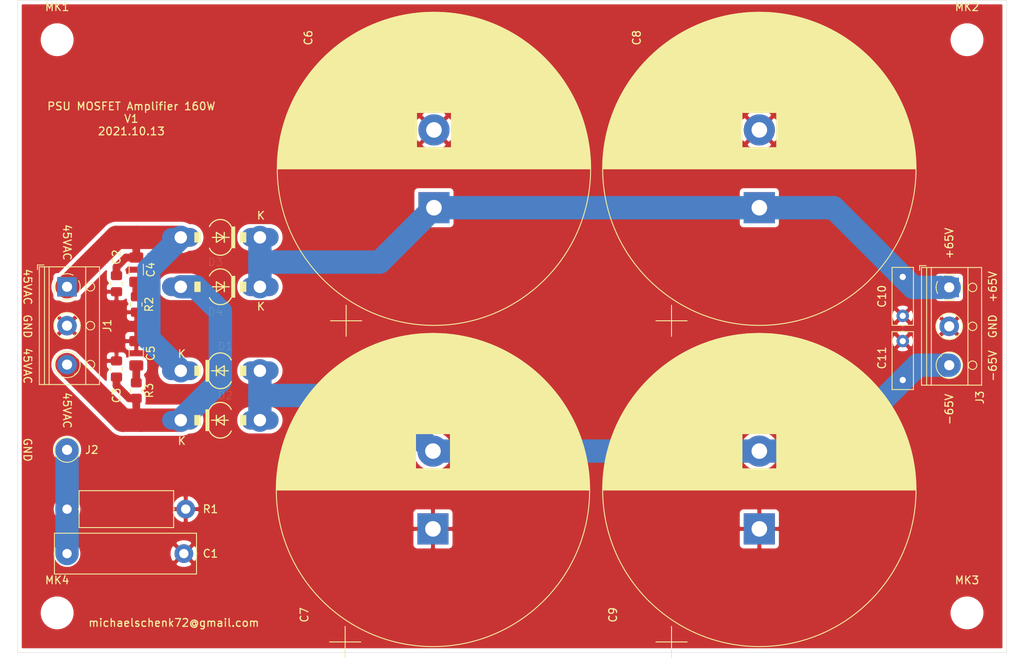
<source format=kicad_pcb>
(kicad_pcb (version 20171130) (host pcbnew "(5.1.12-1-10_14)")
  (layers (0 F.Cu signal) (31 B.Cu signal) (34 B.Paste user) (35 F.Paste user) (36 B.SilkS user) (37 F.SilkS user) (38 B.Mask user) (39 F.Mask user) (44 Edge.Cuts user))
  (net 0 "")
  (net 1 GND)
  (net 2 "Net-(C1-Pad1)")
  (net 3 "Net-(C2-Pad1)")
  (net 4 "Net-(C3-Pad2)")
  (net 5 "Net-(C4-Pad2)")
  (net 6 "Net-(C5-Pad2)")
  (net 7 "Net-(C10-Pad1)")
  (net 8 "Net-(C11-Pad2)")
  (module Resistor_SMD:R_0805_2012Metric_Pad1.20x1.40mm_HandSolder (layer F.Cu) (at -8.89 51.435 270)
    (fp_text reference R3 (at 0 -1.65 90) (layer F.SilkS))
    (fp_text value Rs/1/8W)
    (pad 2 smd roundrect (at 1 0 270) (size 1.2 1.4) (layers F.Cu F.Paste F.Mask) (roundrect_rratio 0.2083325) (net 4 "Net-(C3-Pad2)"))
    (pad 1 smd roundrect (at -1 0 270) (size 1.2 1.4) (layers F.Cu F.Paste F.Mask) (roundrect_rratio 0.2083325) (net 6 "Net-(C5-Pad2)"))
  )
  (module Resistor_SMD:R_0805_2012Metric_Pad1.20x1.40mm_HandSolder (layer F.Cu) (at -8.89 40.37 270)
    (fp_text reference R2 (at 0 -1.65 90) (layer F.SilkS))
    (fp_text value Rs/1/8W)
    (pad 2 smd roundrect (at 1 0 270) (size 1.2 1.4) (layers F.Cu F.Paste F.Mask) (roundrect_rratio 0.2083325) (net 1 GND))
    (pad 1 smd roundrect (at -1 0 270) (size 1.2 1.4) (layers F.Cu F.Paste F.Mask) (roundrect_rratio 0.2083325) (net 5 "Net-(C4-Pad2)"))
  )
  (module Capacitor_SMD:C_1206_3216Metric_Pad1.33x1.80mm_HandSolder (layer F.Cu) (at -8.89 46.6475 270)
    (fp_text reference C5 (at 0 -1.85 90) (layer F.SilkS))
    (fp_text value Cs/100V)
    (pad 2 smd roundrect (at 1.5625 0 270) (size 1.325 1.8) (layers F.Cu F.Paste F.Mask) (roundrect_rratio 0.1886784905660377) (net 6 "Net-(C5-Pad2)"))
    (pad 1 smd roundrect (at -1.5625 0 270) (size 1.325 1.8) (layers F.Cu F.Paste F.Mask) (roundrect_rratio 0.1886784905660377) (net 1 GND))
  )
  (module Capacitor_SMD:C_1206_3216Metric_Pad1.33x1.80mm_HandSolder (layer F.Cu) (at -8.89 35.9025 270)
    (fp_text reference C4 (at 0 -1.85 90) (layer F.SilkS))
    (fp_text value Cs/100V)
    (pad 2 smd roundrect (at 1.5625 0 270) (size 1.325 1.8) (layers F.Cu F.Paste F.Mask) (roundrect_rratio 0.1886784905660377) (net 5 "Net-(C4-Pad2)"))
    (pad 1 smd roundrect (at -1.5625 0 270) (size 1.325 1.8) (layers F.Cu F.Paste F.Mask) (roundrect_rratio 0.1886784905660377) (net 3 "Net-(C2-Pad1)"))
  )
  (module Capacitor_SMD:C_0805_2012Metric_Pad1.18x1.45mm_HandSolder (layer F.Cu) (at -11.43 48.6625 270)
    (fp_text reference C3 (at 3.4075 0 90) (layer F.SilkS))
    (fp_text value Cx/10nF/100V)
    (pad 2 smd roundrect (at 1.0375 0 270) (size 1.175 1.45) (layers F.Cu F.Paste F.Mask) (roundrect_rratio 0.2127659574468085) (net 4 "Net-(C3-Pad2)"))
    (pad 1 smd roundrect (at -1.0375 0 270) (size 1.175 1.45) (layers F.Cu F.Paste F.Mask) (roundrect_rratio 0.2127659574468085) (net 1 GND))
  )
  (module Capacitor_SMD:C_0805_2012Metric_Pad1.18x1.45mm_HandSolder (layer F.Cu) (at -11.43 37.6975 270)
    (fp_text reference C2 (at -3.4075 0 90) (layer F.SilkS))
    (fp_text value Cx/10nF/100V)
    (pad 2 smd roundrect (at 1.0375 0 270) (size 1.175 1.45) (layers F.Cu F.Paste F.Mask) (roundrect_rratio 0.2127659574468085) (net 1 GND))
    (pad 1 smd roundrect (at -1.0375 0 270) (size 1.175 1.45) (layers F.Cu F.Paste F.Mask) (roundrect_rratio 0.2127659574468085) (net 3 "Net-(C2-Pad1)"))
  )
  (module MountingHole:MountingHole_3.2mm_M3 (layer F.Cu) (at -19.05 80.01)
    (fp_text reference MK4 (at 0 -4.2) (layer F.SilkS))
    (fp_text value Mounting_Hole_PAD)
    (pad 1 np_thru_hole circle (at 0 0) (size 3.2 3.2) (drill 3.2) (layers *.Cu *.Mask))
  )
  (module MountingHole:MountingHole_3.2mm_M3 (layer F.Cu) (at 97.79 80.01)
    (fp_text reference MK3 (at 0 -4.2) (layer F.SilkS))
    (fp_text value Mounting_Hole_PAD)
    (pad 1 np_thru_hole circle (at 0 0) (size 3.2 3.2) (drill 3.2) (layers *.Cu *.Mask))
  )
  (module MountingHole:MountingHole_3.2mm_M3 (layer F.Cu) (at 97.79 6.35)
    (fp_text reference MK2 (at 0 -4.2) (layer F.SilkS))
    (fp_text value Mounting_Hole_PAD)
    (pad 1 np_thru_hole circle (at 0 0) (size 3.2 3.2) (drill 3.2) (layers *.Cu *.Mask))
  )
  (module MountingHole:MountingHole_3.2mm_M3 (layer F.Cu) (at -19.05 6.35)
    (fp_text reference MK1 (at 0 -4.2) (layer F.SilkS))
    (fp_text value Mounting_Hole_PAD)
    (pad 1 np_thru_hole circle (at 0 0) (size 3.2 3.2) (drill 3.2) (layers *.Cu *.Mask))
  )
  (module kicad-snk:SOD64-10 (layer F.Cu) (at 1.905 38.1 180)
    (fp_text reference D4 (at 0.63569 -3.17845) (layer F.SilkS) (effects (font (size 1.001087 1.001087) (thickness 0.015))))
    (fp_text value BYV98-200)
    (pad 1 thru_hole oval (at -5.08 0 180) (size 4.8006 2.4003) (drill 1.6002) (layers *.Cu *.Mask) (net 7 "Net-(C10-Pad1)"))
    (pad 2 thru_hole oval (at 5.08 0 180) (size 4.8006 2.4003) (drill 1.6002) (layers *.Cu *.Mask) (net 4 "Net-(C3-Pad2)"))
  )
  (module kicad-snk:SOD64-10 (layer F.Cu) (at 1.905 31.75 180)
    (fp_text reference D3 (at 0.63569 -3.17845) (layer F.SilkS) (effects (font (size 1.001087 1.001087) (thickness 0.015))))
    (fp_text value BYV98-200)
    (pad 1 thru_hole oval (at -5.08 0 180) (size 4.8006 2.4003) (drill 1.6002) (layers *.Cu *.Mask) (net 7 "Net-(C10-Pad1)"))
    (pad 2 thru_hole oval (at 5.08 0 180) (size 4.8006 2.4003) (drill 1.6002) (layers *.Cu *.Mask) (net 3 "Net-(C2-Pad1)"))
  )
  (module kicad-snk:SOD64-10 (layer F.Cu) (at 1.905 55.245)
    (fp_text reference D2 (at 0.63569 -3.17845) (layer F.SilkS) (effects (font (size 1.001087 1.001087) (thickness 0.015))))
    (fp_text value BYV98-200)
    (pad 1 thru_hole oval (at -5.08 0) (size 4.8006 2.4003) (drill 1.6002) (layers *.Cu *.Mask) (net 4 "Net-(C3-Pad2)"))
    (pad 2 thru_hole oval (at 5.08 0) (size 4.8006 2.4003) (drill 1.6002) (layers *.Cu *.Mask) (net 8 "Net-(C11-Pad2)"))
  )
  (module kicad-snk:SOD64-10 (layer F.Cu) (at 1.905 48.895)
    (fp_text reference D1 (at 0.63569 -3.17845) (layer F.SilkS) (effects (font (size 1.001087 1.001087) (thickness 0.015))))
    (fp_text value BYV98-200)
    (pad 1 thru_hole oval (at -5.08 0) (size 4.8006 2.4003) (drill 1.6002) (layers *.Cu *.Mask) (net 3 "Net-(C2-Pad1)"))
    (pad 2 thru_hole oval (at 5.08 0) (size 4.8006 2.4003) (drill 1.6002) (layers *.Cu *.Mask) (net 8 "Net-(C11-Pad2)"))
  )
  (module Capacitor_THT:C_Rect_L7.2mm_W2.5mm_P5.00mm_FKS2_FKP2_MKS2_MKP2 (layer F.Cu) (at 89.535 45.085 270)
    (fp_text reference C11 (at 2.159 2.667 90) (layer F.SilkS))
    (fp_text value 100n)
    (pad 2 thru_hole circle (at 5 0 270) (size 1.6 1.6) (drill 0.8) (layers *.Cu *.Mask) (net 8 "Net-(C11-Pad2)"))
    (pad 1 thru_hole circle (at 0 0 270) (size 1.6 1.6) (drill 0.8) (layers *.Cu *.Mask) (net 1 GND))
  )
  (module Capacitor_THT:C_Rect_L7.2mm_W2.5mm_P5.00mm_FKS2_FKP2_MKS2_MKP2 (layer F.Cu) (at 89.535 36.83 270)
    (fp_text reference C10 (at 2.5 2.667 90) (layer F.SilkS))
    (fp_text value 100n)
    (pad 2 thru_hole circle (at 5 0 270) (size 1.6 1.6) (drill 0.8) (layers *.Cu *.Mask) (net 1 GND))
    (pad 1 thru_hole circle (at 0 0 270) (size 1.6 1.6) (drill 0.8) (layers *.Cu *.Mask) (net 7 "Net-(C10-Pad1)"))
  )
  (module Resistor_THT:R_Axial_DIN0414_L11.9mm_D4.5mm_P15.24mm_Horizontal (layer F.Cu) (at -17.78 66.675)
    (fp_text reference R1 (at 18.415 0) (layer F.SilkS))
    (fp_text value 100R/2W)
    (pad 2 thru_hole oval (at 15.24 0) (size 2.4 2.4) (drill 1.2) (layers *.Cu *.Mask) (net 1 GND))
    (pad 1 thru_hole circle (at 0 0) (size 2.4 2.4) (drill 1.2) (layers *.Cu *.Mask) (net 2 "Net-(C1-Pad1)"))
  )
  (module TerminalBlock_RND:TerminalBlock_RND_205-00013_1x03_P5.00mm_Horizontal (layer F.Cu) (at 95.504 38.18 270)
    (fp_text reference J3 (at 14.144 -3.937 90) (layer F.SilkS))
    (fp_text value Screw_Terminal_01x03)
    (pad 3 thru_hole circle (at 10 0 270) (size 2.5 2.5) (drill 1.3) (layers *.Cu *.Mask) (net 8 "Net-(C11-Pad2)"))
    (pad 2 thru_hole circle (at 5 0 270) (size 2.5 2.5) (drill 1.3) (layers *.Cu *.Mask) (net 1 GND))
    (pad 1 thru_hole rect (at 0 0 270) (size 2.5 2.5) (drill 1.3) (layers *.Cu *.Mask) (net 7 "Net-(C10-Pad1)"))
  )
  (module Connector_Pin:Pin_D1.3mm_L11.0mm (layer F.Cu) (at -17.78 59.055)
    (fp_text reference J2 (at 3.175 0) (layer F.SilkS))
    (fp_text value EARTH)
    (pad 1 thru_hole circle (at 0 0) (size 2.6 2.6) (drill 1.3) (layers *.Cu *.Mask) (net 2 "Net-(C1-Pad1)"))
  )
  (module TerminalBlock_RND:TerminalBlock_RND_205-00013_1x03_P5.00mm_Horizontal (layer F.Cu) (at -17.78 38.1 270)
    (fp_text reference J1 (at 5 -5.16 90) (layer F.SilkS))
    (fp_text value Screw_Terminal_01x03)
    (pad 3 thru_hole circle (at 10 0 270) (size 2.5 2.5) (drill 1.3) (layers *.Cu *.Mask) (net 4 "Net-(C3-Pad2)"))
    (pad 2 thru_hole circle (at 5 0 270) (size 2.5 2.5) (drill 1.3) (layers *.Cu *.Mask) (net 1 GND))
    (pad 1 thru_hole rect (at 0 0 270) (size 2.5 2.5) (drill 1.3) (layers *.Cu *.Mask) (net 3 "Net-(C2-Pad1)"))
  )
  (module Capacitor_THT:CP_Radial_D40.0mm_P10.00mm_SnapIn (layer F.Cu) (at 71.12 69.215 90)
    (fp_text reference C9 (at -11.049 -18.796 90) (layer F.SilkS))
    (fp_text value 10000uF/100V)
    (pad 2 thru_hole circle (at 10 0 90) (size 4 4) (drill 2) (layers *.Cu *.Mask) (net 8 "Net-(C11-Pad2)"))
    (pad 1 thru_hole rect (at 0 0 90) (size 4 4) (drill 2) (layers *.Cu *.Mask) (net 1 GND))
  )
  (module Capacitor_THT:CP_Radial_D40.0mm_P10.00mm_SnapIn (layer F.Cu) (at 71.12 27.94 90)
    (fp_text reference C8 (at 21.844 -15.748 90) (layer F.SilkS))
    (fp_text value 10000uF/100V)
    (pad 2 thru_hole circle (at 10 0 90) (size 4 4) (drill 2) (layers *.Cu *.Mask) (net 1 GND))
    (pad 1 thru_hole rect (at 0 0 90) (size 4 4) (drill 2) (layers *.Cu *.Mask) (net 7 "Net-(C10-Pad1)"))
  )
  (module Capacitor_THT:CP_Radial_D40.0mm_P10.00mm_SnapIn (layer F.Cu) (at 29.21 69.215 90)
    (fp_text reference C7 (at -11.049 -16.51 90) (layer F.SilkS))
    (fp_text value 10000uF/100V)
    (pad 2 thru_hole circle (at 10 0 90) (size 4 4) (drill 2) (layers *.Cu *.Mask) (net 8 "Net-(C11-Pad2)"))
    (pad 1 thru_hole rect (at 0 0 90) (size 4 4) (drill 2) (layers *.Cu *.Mask) (net 1 GND))
  )
  (module Capacitor_THT:CP_Radial_D40.0mm_P10.00mm_SnapIn (layer F.Cu) (at 29.337 27.94 90)
    (fp_text reference C6 (at 21.844 -16.129 90) (layer F.SilkS))
    (fp_text value 10000uF/100V)
    (pad 2 thru_hole circle (at 10 0 90) (size 4 4) (drill 2) (layers *.Cu *.Mask) (net 1 GND))
    (pad 1 thru_hole rect (at 0 0 90) (size 4 4) (drill 2) (layers *.Cu *.Mask) (net 7 "Net-(C10-Pad1)"))
  )
  (module Capacitor_THT:C_Rect_L18.0mm_W5.0mm_P15.00mm_FKS3_FKP3 (layer F.Cu) (at -17.78 72.39)
    (fp_text reference C1 (at 18.415 0) (layer F.SilkS))
    (fp_text value "2.2nF 2kV")
    (pad 2 thru_hole circle (at 15 0) (size 2.4 2.4) (drill 1.2) (layers *.Cu *.Mask) (net 1 GND))
    (pad 1 thru_hole circle (at 0 0) (size 2.4 2.4) (drill 1.2) (layers *.Cu *.Mask) (net 2 "Net-(C1-Pad1)"))
  )
  (gr_text GND (at -22.86 59.055 270) (layer F.SilkS) (effects (font (size 1 1))))
  (gr_text GND (at -22.86 43.18 270) (layer F.SilkS) (effects (font (size 1 1))))
  (gr_text 45VAC (at -17.78 32.385 270) (layer F.SilkS) (effects (font (size 1 1))))
  (gr_text 45VAC (at -17.78 53.975 270) (layer F.SilkS) (effects (font (size 1 1))))
  (gr_text 45VAC (at -22.86 48.26 270) (layer F.SilkS) (effects (font (size 1 1))))
  (gr_text 45VAC (at -22.86 38.1 270) (layer F.SilkS) (effects (font (size 1 1))))
  (gr_text K (at -3.048 57.912) (layer F.SilkS) (effects (font (size 1 1))))
  (gr_text K (at -3.048 46.736) (layer F.SilkS) (effects (font (size 1 1))))
  (gr_text K (at 7.112 40.64) (layer F.SilkS) (effects (font (size 1 1))))
  (gr_text K (at 7.112 28.956) (layer F.SilkS) (effects (font (size 1 1))))
  (gr_text -65V (at 95.504 53.848 90) (layer F.SilkS) (effects (font (size 1 1))))
  (gr_text +65V (at 95.504 32.512 90) (layer F.SilkS) (effects (font (size 1 1))))
  (gr_text GND (at 101.092 43.18 90) (layer F.SilkS) (effects (font (size 1 1))))
  (gr_text +65V (at 101.092 38.1 90) (layer F.SilkS) (effects (font (size 1 1))))
  (gr_text -65V (at 101.092 48.26 90) (layer F.SilkS) (effects (font (size 1 1))))
  (gr_text "PSU MOSFET Amplifier 160W\nV1\n2021.10.13" (at -9.525 16.51) (layer F.SilkS) (effects (font (size 1 1))))
  (gr_text michaelschenk72@gmail.com (at -4.064 81.28) (layer F.SilkS) (effects (font (size 1 1))))
  (gr_line (start -24.13 1.27) (end -24.13 85.09) (layer Edge.Cuts) (width 0.05))
  (gr_line (start 102.87 1.27) (end -24.13 1.27) (layer Edge.Cuts) (width 0.05))
  (gr_line (start 102.87 85.09) (end 102.87 1.27) (layer Edge.Cuts) (width 0.05))
  (gr_line (start -24.13 85.09) (end 102.87 85.09) (layer Edge.Cuts) (width 0.05))
  (segment (start -17.78 59.055) (end -17.78 66.675) (width 3) (layer B.Cu) (net 2))
  (segment (start -17.78 66.675) (end -17.78 72.39) (width 3) (layer B.Cu) (net 2))
  (segment (start -7.27531 44.79469) (end -3.175 48.895) (width 3) (layer B.Cu) (net 3))
  (segment (start -7.27531 35.85031) (end -7.27531 44.79469) (width 3) (layer B.Cu) (net 3))
  (segment (start -3.175 31.75) (end -7.27531 35.85031) (width 3) (layer B.Cu) (net 3))
  (segment (start -11.43 31.75) (end -17.78 38.1) (width 3) (layer F.Cu) (net 3))
  (segment (start -8.89 34.34) (end -8.89 31.75) (width 1) (layer F.Cu) (net 3))
  (segment (start -8.89 31.75) (end -11.43 31.75) (width 3) (layer F.Cu) (net 3))
  (segment (start -3.175 31.75) (end -8.89 31.75) (width 3) (layer F.Cu) (net 3))
  (segment (start -8.89 34.34) (end -10.21 34.34) (width 1) (layer F.Cu) (net 3))
  (segment (start -11.43 35.56) (end -11.43 36.66) (width 1) (layer F.Cu) (net 3))
  (segment (start -10.21 34.34) (end -11.43 35.56) (width 1) (layer F.Cu) (net 3))
  (segment (start -3.175 55.245) (end 1.905 50.165) (width 3) (layer B.Cu) (net 4))
  (segment (start 1.905 50.165) (end 1.905 41.275) (width 3) (layer B.Cu) (net 4))
  (segment (start -1.27 38.1) (end -3.175 38.1) (width 3) (layer B.Cu) (net 4))
  (segment (start 1.905 41.275) (end -1.27 38.1) (width 3) (layer B.Cu) (net 4))
  (segment (start -10.635 55.245) (end -17.78 48.1) (width 3) (layer F.Cu) (net 4))
  (segment (start -8.89 52.435) (end -9.795 52.435) (width 1) (layer F.Cu) (net 4))
  (segment (start -11.43 50.8) (end -11.43 49.7) (width 1) (layer F.Cu) (net 4))
  (segment (start -9.795 52.435) (end -11.43 50.8) (width 1) (layer F.Cu) (net 4))
  (segment (start -8.89 54.61) (end -8.255 55.245) (width 1) (layer F.Cu) (net 4))
  (segment (start -8.89 52.435) (end -8.89 54.61) (width 1) (layer F.Cu) (net 4))
  (segment (start -8.255 55.245) (end -10.635 55.245) (width 3) (layer F.Cu) (net 4))
  (segment (start -3.175 55.245) (end -8.255 55.245) (width 3) (layer F.Cu) (net 4))
  (segment (start -8.89 39.37) (end -8.89 37.465) (width 1) (layer F.Cu) (net 5))
  (segment (start -8.89 50.435) (end -8.89 48.21) (width 1) (layer F.Cu) (net 6))
  (segment (start 22.352 34.925) (end 29.337 27.94) (width 3) (layer B.Cu) (net 7))
  (segment (start 6.985 38.1) (end 6.985 34.925) (width 3) (layer B.Cu) (net 7))
  (segment (start 6.985 34.925) (end 22.352 34.925) (width 3) (layer B.Cu) (net 7))
  (segment (start 6.985 34.925) (end 6.985 31.75) (width 3) (layer B.Cu) (net 7))
  (segment (start 80.645 27.94) (end 89.535 36.83) (width 3) (layer B.Cu) (net 7))
  (segment (start 71.12 27.94) (end 80.645 27.94) (width 3) (layer B.Cu) (net 7))
  (segment (start 29.337 27.94) (end 71.12 27.94) (width 3) (layer B.Cu) (net 7))
  (segment (start 90.885 38.18) (end 89.535 36.83) (width 3) (layer B.Cu) (net 7))
  (segment (start 95.504 38.18) (end 90.885 38.18) (width 3) (layer B.Cu) (net 7))
  (segment (start 22.065 52.07) (end 29.21 59.215) (width 3) (layer B.Cu) (net 8))
  (segment (start 6.985 52.07) (end 22.065 52.07) (width 3) (layer B.Cu) (net 8))
  (segment (start 6.985 55.245) (end 6.985 52.07) (width 3) (layer B.Cu) (net 8))
  (segment (start 6.985 52.07) (end 6.985 48.895) (width 3) (layer B.Cu) (net 8))
  (segment (start 71.12 59.215) (end 29.21 59.215) (width 3) (layer B.Cu) (net 8))
  (segment (start 71.12 59.215) (end 80.405 59.215) (width 3) (layer B.Cu) (net 8))
  (segment (start 80.405 59.215) (end 89.535 50.085) (width 3) (layer B.Cu) (net 8))
  (segment (start 91.44 48.18) (end 89.535 50.085) (width 3) (layer B.Cu) (net 8))
  (segment (start 95.504 48.18) (end 91.44 48.18) (width 3) (layer B.Cu) (net 8))
  (zone (net 1) (net_name GND) (layer F.Cu) (connect_pads (clearance 0.508)) (min_thickness 0.254) (fill yes (arc_segments 32) (thermal_gap 0.508) (thermal_bridge_width 0.508))
    (polygon (pts (xy 102.87 85.09) (xy -24.13 85.09) (xy -24.13 1.27) (xy 102.87 1.27)))
  )
)
</source>
